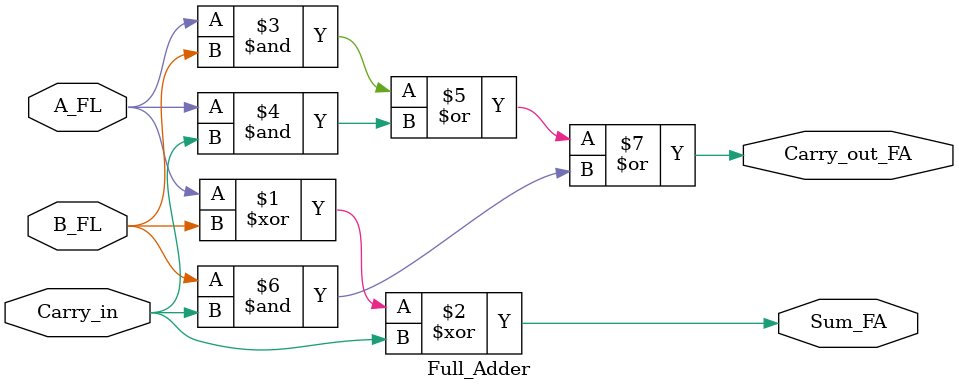
<source format=v>

module Full_Adder(
    input A_FL,
    input B_FL,
    input Carry_in,
    output Sum_FA,
    output Carry_out_FA
    );
	 
	 assign Sum_FA= A_FL ^ B_FL ^ Carry_in;
	 assign Carry_out_FA=(A_FL & B_FL)| (A_FL &Carry_in) |( B_FL & Carry_in);


endmodule

</source>
